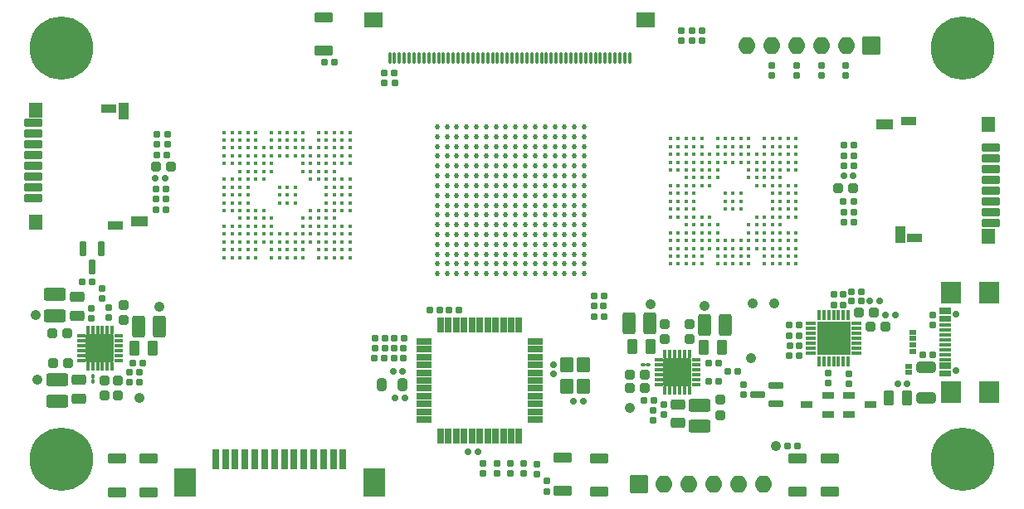
<source format=gbr>
%TF.GenerationSoftware,KiCad,Pcbnew,8.0.1*%
%TF.CreationDate,2025-01-10T22:18:19+05:00*%
%TF.ProjectId,BENE_DOUBLE_V1,42454e45-5f44-44f5-9542-4c455f56312e,rev?*%
%TF.SameCoordinates,Original*%
%TF.FileFunction,Soldermask,Top*%
%TF.FilePolarity,Negative*%
%FSLAX46Y46*%
G04 Gerber Fmt 4.6, Leading zero omitted, Abs format (unit mm)*
G04 Created by KiCad (PCBNEW 8.0.1) date 2025-01-10 22:18:19*
%MOMM*%
%LPD*%
G01*
G04 APERTURE LIST*
G04 Aperture macros list*
%AMRoundRect*
0 Rectangle with rounded corners*
0 $1 Rounding radius*
0 $2 $3 $4 $5 $6 $7 $8 $9 X,Y pos of 4 corners*
0 Add a 4 corners polygon primitive as box body*
4,1,4,$2,$3,$4,$5,$6,$7,$8,$9,$2,$3,0*
0 Add four circle primitives for the rounded corners*
1,1,$1+$1,$2,$3*
1,1,$1+$1,$4,$5*
1,1,$1+$1,$6,$7*
1,1,$1+$1,$8,$9*
0 Add four rect primitives between the rounded corners*
20,1,$1+$1,$2,$3,$4,$5,0*
20,1,$1+$1,$4,$5,$6,$7,0*
20,1,$1+$1,$6,$7,$8,$9,0*
20,1,$1+$1,$8,$9,$2,$3,0*%
G04 Aperture macros list end*
%ADD10RoundRect,0.038000X-0.500000X0.150000X-0.500000X-0.150000X0.500000X-0.150000X0.500000X0.150000X0*%
%ADD11RoundRect,0.038000X0.150000X0.500000X-0.150000X0.500000X-0.150000X-0.500000X0.150000X-0.500000X0*%
%ADD12RoundRect,0.038000X1.675000X1.675000X-1.675000X1.675000X-1.675000X-1.675000X1.675000X-1.675000X0*%
%ADD13RoundRect,0.154000X0.204000X-0.154000X0.204000X0.154000X-0.204000X0.154000X-0.204000X-0.154000X0*%
%ADD14RoundRect,0.154000X0.154000X0.204000X-0.154000X0.204000X-0.154000X-0.204000X0.154000X-0.204000X0*%
%ADD15C,6.476000*%
%ADD16RoundRect,0.094000X0.094000X-0.144000X0.094000X0.144000X-0.094000X0.144000X-0.094000X-0.144000X0*%
%ADD17RoundRect,0.159000X0.159000X0.189000X-0.159000X0.189000X-0.159000X-0.189000X0.159000X-0.189000X0*%
%ADD18C,1.076000*%
%ADD19RoundRect,0.154000X-0.154000X-0.204000X0.154000X-0.204000X0.154000X0.204000X-0.154000X0.204000X0*%
%ADD20C,0.726000*%
%ADD21RoundRect,0.038000X0.575000X-0.150000X0.575000X0.150000X-0.575000X0.150000X-0.575000X-0.150000X0*%
%ADD22RoundRect,0.038000X1.000000X1.090000X-1.000000X1.090000X-1.000000X-1.090000X1.000000X-1.090000X0*%
%ADD23RoundRect,0.166500X0.166500X0.191500X-0.166500X0.191500X-0.166500X-0.191500X0.166500X-0.191500X0*%
%ADD24RoundRect,0.269000X0.269000X0.494000X-0.269000X0.494000X-0.269000X-0.494000X0.269000X-0.494000X0*%
%ADD25RoundRect,0.154000X-0.204000X0.154000X-0.204000X-0.154000X0.204000X-0.154000X0.204000X0.154000X0*%
%ADD26RoundRect,0.038000X-0.406400X0.127000X-0.406400X-0.127000X0.406400X-0.127000X0.406400X0.127000X0*%
%ADD27RoundRect,0.038000X0.127000X0.406400X-0.127000X0.406400X-0.127000X-0.406400X0.127000X-0.406400X0*%
%ADD28RoundRect,0.038000X1.384300X1.384300X-1.384300X1.384300X-1.384300X-1.384300X1.384300X-1.384300X0*%
%ADD29RoundRect,0.265200X-0.872800X0.397800X-0.872800X-0.397800X0.872800X-0.397800X0.872800X0.397800X0*%
%ADD30C,0.526000*%
%ADD31RoundRect,0.244000X0.244000X0.269000X-0.244000X0.269000X-0.244000X-0.269000X0.244000X-0.269000X0*%
%ADD32RoundRect,0.038000X-0.850000X0.450000X-0.850000X-0.450000X0.850000X-0.450000X0.850000X0.450000X0*%
%ADD33RoundRect,0.265200X-0.397800X-0.872800X0.397800X-0.872800X0.397800X0.872800X-0.397800X0.872800X0*%
%ADD34RoundRect,0.159000X-0.159000X-0.189000X0.159000X-0.189000X0.159000X0.189000X-0.159000X0.189000X0*%
%ADD35RoundRect,0.094000X-0.144000X-0.094000X0.144000X-0.094000X0.144000X0.094000X-0.144000X0.094000X0*%
%ADD36RoundRect,0.166500X-0.166500X-0.191500X0.166500X-0.191500X0.166500X0.191500X-0.166500X0.191500X0*%
%ADD37RoundRect,0.265200X0.872800X-0.397800X0.872800X0.397800X-0.872800X0.397800X-0.872800X-0.397800X0*%
%ADD38RoundRect,0.038000X-0.850000X0.850000X-0.850000X-0.850000X0.850000X-0.850000X0.850000X0.850000X0*%
%ADD39O,1.776000X1.776000*%
%ADD40RoundRect,0.169000X0.606500X0.169000X-0.606500X0.169000X-0.606500X-0.169000X0.606500X-0.169000X0*%
%ADD41RoundRect,0.244000X-0.269000X0.244000X-0.269000X-0.244000X0.269000X-0.244000X0.269000X0.244000X0*%
%ADD42RoundRect,0.269000X-0.494000X0.269000X-0.494000X-0.269000X0.494000X-0.269000X0.494000X0.269000X0*%
%ADD43RoundRect,0.244000X-0.244000X-0.269000X0.244000X-0.269000X0.244000X0.269000X-0.244000X0.269000X0*%
%ADD44C,0.431600*%
%ADD45RoundRect,0.268095X-0.719905X0.294905X-0.719905X-0.294905X0.719905X-0.294905X0.719905X0.294905X0*%
%ADD46RoundRect,0.038000X-0.300000X-0.950000X0.300000X-0.950000X0.300000X0.950000X-0.300000X0.950000X0*%
%ADD47RoundRect,0.038000X-1.050000X-1.400000X1.050000X-1.400000X1.050000X1.400000X-1.050000X1.400000X0*%
%ADD48RoundRect,0.244000X0.269000X-0.244000X0.269000X0.244000X-0.269000X0.244000X-0.269000X-0.244000X0*%
%ADD49RoundRect,0.038000X-0.127000X-0.406400X0.127000X-0.406400X0.127000X0.406400X-0.127000X0.406400X0*%
%ADD50RoundRect,0.038000X-1.384300X1.384300X-1.384300X-1.384300X1.384300X-1.384300X1.384300X1.384300X0*%
%ADD51RoundRect,0.038000X-0.600000X0.700000X-0.600000X-0.700000X0.600000X-0.700000X0.600000X0.700000X0*%
%ADD52RoundRect,0.038000X0.850000X-0.450000X0.850000X0.450000X-0.850000X0.450000X-0.850000X-0.450000X0*%
%ADD53RoundRect,0.038000X-0.875000X0.350000X-0.875000X-0.350000X0.875000X-0.350000X0.875000X0.350000X0*%
%ADD54RoundRect,0.038000X-0.650000X-0.750000X0.650000X-0.750000X0.650000X0.750000X-0.650000X0.750000X0*%
%ADD55RoundRect,0.038000X-0.750000X0.400000X-0.750000X-0.400000X0.750000X-0.400000X0.750000X0.400000X0*%
%ADD56RoundRect,0.038000X-0.700000X0.400000X-0.700000X-0.400000X0.700000X-0.400000X0.700000X0.400000X0*%
%ADD57RoundRect,0.038000X-0.500000X-0.775000X0.500000X-0.775000X0.500000X0.775000X-0.500000X0.775000X0*%
%ADD58RoundRect,0.038000X-0.775000X0.500000X-0.775000X-0.500000X0.775000X-0.500000X0.775000X0.500000X0*%
%ADD59RoundRect,0.038000X0.300000X-0.175000X0.300000X0.175000X-0.300000X0.175000X-0.300000X-0.175000X0*%
%ADD60RoundRect,0.269000X0.494000X-0.269000X0.494000X0.269000X-0.494000X0.269000X-0.494000X-0.269000X0*%
%ADD61RoundRect,0.038000X0.750000X0.275000X-0.750000X0.275000X-0.750000X-0.275000X0.750000X-0.275000X0*%
%ADD62RoundRect,0.038000X-0.275000X0.750000X-0.275000X-0.750000X0.275000X-0.750000X0.275000X0.750000X0*%
%ADD63RoundRect,0.038000X-0.300000X0.175000X-0.300000X-0.175000X0.300000X-0.175000X0.300000X0.175000X0*%
%ADD64RoundRect,0.038000X0.550000X-0.300000X0.550000X0.300000X-0.550000X0.300000X-0.550000X-0.300000X0*%
%ADD65RoundRect,0.038000X-0.550000X0.300000X-0.550000X-0.300000X0.550000X-0.300000X0.550000X0.300000X0*%
%ADD66RoundRect,0.038000X0.125000X0.550000X-0.125000X0.550000X-0.125000X-0.550000X0.125000X-0.550000X0*%
%ADD67RoundRect,0.038000X-0.850000X0.750000X-0.850000X-0.750000X0.850000X-0.750000X0.850000X0.750000X0*%
%ADD68RoundRect,0.269000X-0.269000X-0.494000X0.269000X-0.494000X0.269000X0.494000X-0.269000X0.494000X0*%
%ADD69RoundRect,0.038000X0.850000X-0.850000X0.850000X0.850000X-0.850000X0.850000X-0.850000X-0.850000X0*%
%ADD70RoundRect,0.265200X0.397800X0.872800X-0.397800X0.872800X-0.397800X-0.872800X0.397800X-0.872800X0*%
%ADD71RoundRect,0.237750X0.237750X0.400250X-0.237750X0.400250X-0.237750X-0.400250X0.237750X-0.400250X0*%
%ADD72RoundRect,0.169000X-0.169000X0.606500X-0.169000X-0.606500X0.169000X-0.606500X0.169000X0.606500X0*%
%ADD73RoundRect,0.038000X0.875000X-0.350000X0.875000X0.350000X-0.875000X0.350000X-0.875000X-0.350000X0*%
%ADD74RoundRect,0.038000X0.650000X0.750000X-0.650000X0.750000X-0.650000X-0.750000X0.650000X-0.750000X0*%
%ADD75RoundRect,0.038000X0.750000X-0.400000X0.750000X0.400000X-0.750000X0.400000X-0.750000X-0.400000X0*%
%ADD76RoundRect,0.038000X0.700000X-0.400000X0.700000X0.400000X-0.700000X0.400000X-0.700000X-0.400000X0*%
%ADD77RoundRect,0.038000X0.500000X0.775000X-0.500000X0.775000X-0.500000X-0.775000X0.500000X-0.775000X0*%
%ADD78RoundRect,0.038000X0.775000X-0.500000X0.775000X0.500000X-0.775000X0.500000X-0.775000X-0.500000X0*%
%ADD79RoundRect,0.159000X-0.189000X0.159000X-0.189000X-0.159000X0.189000X-0.159000X0.189000X0.159000X0*%
G04 APERTURE END LIST*
D10*
%TO.C,IC1*%
X139150000Y-117150000D03*
X139150000Y-116650000D03*
X139150000Y-116150000D03*
X139150000Y-115650000D03*
X139150000Y-115150000D03*
X139150000Y-114650000D03*
X139150000Y-114150000D03*
D11*
X138300000Y-113300000D03*
X137800000Y-113300000D03*
X137300000Y-113300000D03*
X136800000Y-113300000D03*
X136300000Y-113300000D03*
X135800000Y-113300000D03*
X135300000Y-113300000D03*
D10*
X134450000Y-114150000D03*
X134450000Y-114650000D03*
X134450000Y-115150000D03*
X134450000Y-115650000D03*
X134450000Y-116150000D03*
X134450000Y-116650000D03*
X134450000Y-117150000D03*
D11*
X135300000Y-118000000D03*
X135800000Y-118000000D03*
X136300000Y-118000000D03*
X136800000Y-118000000D03*
X137300000Y-118000000D03*
X137800000Y-118000000D03*
X138300000Y-118000000D03*
D12*
X136800000Y-115650000D03*
%TD*%
D13*
%TO.C,R24*%
X103800000Y-129410000D03*
X103800000Y-128390000D03*
%TD*%
%TO.C,R22*%
X101050000Y-129460000D03*
X101050000Y-128440000D03*
%TD*%
D14*
%TO.C,R49*%
X68760000Y-96900000D03*
X67740000Y-96900000D03*
%TD*%
D15*
%TO.C,H3*%
X58000000Y-128000000D03*
%TD*%
D16*
%TO.C,C13*%
X61250000Y-120050000D03*
X61250000Y-119550000D03*
%TD*%
D17*
%TO.C,C53*%
X138780000Y-99075000D03*
X137820000Y-99075000D03*
%TD*%
D18*
%TO.C,TP9*%
X65950000Y-121700000D03*
%TD*%
D19*
%TO.C,R8*%
X137860000Y-103775000D03*
X138880000Y-103775000D03*
%TD*%
D20*
%TO.C,J1*%
X149283500Y-118940000D03*
X149283500Y-113160000D03*
D21*
X148208500Y-119400000D03*
X148208500Y-118600000D03*
X148208500Y-117300000D03*
X148208500Y-116300000D03*
X148208500Y-115800000D03*
X148208500Y-114800000D03*
X148208500Y-113500000D03*
X148208500Y-112700000D03*
X148208500Y-113000000D03*
X148208500Y-113800000D03*
X148208500Y-114300000D03*
X148208500Y-115300000D03*
X148208500Y-116800000D03*
X148208500Y-117800000D03*
X148208500Y-118300000D03*
X148208500Y-119100000D03*
D22*
X152713500Y-121160000D03*
X152713500Y-110940000D03*
X148783500Y-121160000D03*
X148783500Y-110940000D03*
%TD*%
D14*
%TO.C,R29*%
X91010000Y-115600000D03*
X89990000Y-115600000D03*
%TD*%
%TO.C,R14*%
X125060000Y-120000000D03*
X124040000Y-120000000D03*
%TD*%
D19*
%TO.C,R11*%
X137850000Y-95925000D03*
X138870000Y-95925000D03*
%TD*%
D13*
%TO.C,R53*%
X138060000Y-88820000D03*
X138060000Y-87800000D03*
%TD*%
D23*
%TO.C,D5*%
X133310000Y-116400000D03*
X132340000Y-116400000D03*
%TD*%
D14*
%TO.C,R27*%
X90960000Y-117700000D03*
X89940000Y-117700000D03*
%TD*%
%TO.C,R44*%
X68710000Y-101450000D03*
X67690000Y-101450000D03*
%TD*%
D24*
%TO.C,C151*%
X144300000Y-121700000D03*
X142400000Y-121700000D03*
%TD*%
D14*
%TO.C,R13*%
X125110000Y-118200000D03*
X124090000Y-118200000D03*
%TD*%
D24*
%TO.C,C7*%
X118150000Y-116450000D03*
X116250000Y-116450000D03*
%TD*%
D25*
%TO.C,R17*%
X61050000Y-112590000D03*
X61050000Y-113610000D03*
%TD*%
D18*
%TO.C,TP1*%
X130950000Y-126650000D03*
%TD*%
D26*
%TO.C,U5*%
X122742300Y-120357700D03*
X122742300Y-119857701D03*
X122742300Y-119357700D03*
X122742300Y-118857700D03*
X122742300Y-118357699D03*
X122742300Y-117857700D03*
D27*
X122100000Y-117215400D03*
X121600001Y-117215400D03*
X121100000Y-117215400D03*
X120600000Y-117215400D03*
X120099999Y-117215400D03*
X119600000Y-117215400D03*
D26*
X118957700Y-117857700D03*
X118957700Y-118357699D03*
X118957700Y-118857700D03*
X118957700Y-119357700D03*
X118957700Y-119857701D03*
X118957700Y-120357700D03*
D27*
X119600000Y-121000000D03*
X120099999Y-121000000D03*
X120600000Y-121000000D03*
X121100000Y-121000000D03*
X121600001Y-121000000D03*
X122100000Y-121000000D03*
D28*
X120850000Y-119107700D03*
%TD*%
D29*
%TO.C,L2*%
X123150000Y-122475000D03*
X123150000Y-124625000D03*
%TD*%
D17*
%TO.C,C60*%
X93030000Y-121750000D03*
X92070000Y-121750000D03*
%TD*%
D30*
%TO.C,IC7*%
X96350000Y-94050000D03*
X97350000Y-94050000D03*
X98350000Y-94050000D03*
X99350000Y-94050000D03*
X100350000Y-94050000D03*
X101350000Y-94050000D03*
X102350000Y-94050000D03*
X103350000Y-94050000D03*
X104350000Y-94050000D03*
X105350000Y-94050000D03*
X106350000Y-94050000D03*
X107350000Y-94050000D03*
X108350000Y-94050000D03*
X109350000Y-94050000D03*
X110350000Y-94050000D03*
X111350000Y-94050000D03*
X96350000Y-95050000D03*
X97350000Y-95050000D03*
X98350000Y-95050000D03*
X99350000Y-95050000D03*
X100350000Y-95050000D03*
X101350000Y-95050000D03*
X102350000Y-95050000D03*
X103350000Y-95050000D03*
X104350000Y-95050000D03*
X105350000Y-95050000D03*
X106350000Y-95050000D03*
X107350000Y-95050000D03*
X108350000Y-95050000D03*
X109350000Y-95050000D03*
X110350000Y-95050000D03*
X111350000Y-95050000D03*
X96350000Y-96050000D03*
X97350000Y-96050000D03*
X98350000Y-96050000D03*
X99350000Y-96050000D03*
X100350000Y-96050000D03*
X101350000Y-96050000D03*
X102350000Y-96050000D03*
X103350000Y-96050000D03*
X104350000Y-96050000D03*
X105350000Y-96050000D03*
X106350000Y-96050000D03*
X107350000Y-96050000D03*
X108350000Y-96050000D03*
X109350000Y-96050000D03*
X110350000Y-96050000D03*
X111350000Y-96050000D03*
X96350000Y-97050000D03*
X97350000Y-97050000D03*
X98350000Y-97050000D03*
X99350000Y-97050000D03*
X100350000Y-97050000D03*
X101350000Y-97050000D03*
X102350000Y-97050000D03*
X103350000Y-97050000D03*
X104350000Y-97050000D03*
X105350000Y-97050000D03*
X106350000Y-97050000D03*
X107350000Y-97050000D03*
X108350000Y-97050000D03*
X109350000Y-97050000D03*
X110350000Y-97050000D03*
X111350000Y-97050000D03*
X96350000Y-98050000D03*
X97350000Y-98050000D03*
X98350000Y-98050000D03*
X99350000Y-98050000D03*
X100350000Y-98050000D03*
X101350000Y-98050000D03*
X102350000Y-98050000D03*
X103350000Y-98050000D03*
X104350000Y-98050000D03*
X105350000Y-98050000D03*
X106350000Y-98050000D03*
X107350000Y-98050000D03*
X108350000Y-98050000D03*
X109350000Y-98050000D03*
X110350000Y-98050000D03*
X111350000Y-98050000D03*
X96350000Y-99050000D03*
X97350000Y-99050000D03*
X98350000Y-99050000D03*
X99350000Y-99050000D03*
X100350000Y-99050000D03*
X101350000Y-99050000D03*
X102350000Y-99050000D03*
X103350000Y-99050000D03*
X104350000Y-99050000D03*
X105350000Y-99050000D03*
X106350000Y-99050000D03*
X107350000Y-99050000D03*
X108350000Y-99050000D03*
X109350000Y-99050000D03*
X110350000Y-99050000D03*
X111350000Y-99050000D03*
X96350000Y-100050000D03*
X97350000Y-100050000D03*
X98350000Y-100050000D03*
X99350000Y-100050000D03*
X100350000Y-100050000D03*
X101350000Y-100050000D03*
X102350000Y-100050000D03*
X103350000Y-100050000D03*
X104350000Y-100050000D03*
X105350000Y-100050000D03*
X106350000Y-100050000D03*
X107350000Y-100050000D03*
X108350000Y-100050000D03*
X109350000Y-100050000D03*
X110350000Y-100050000D03*
X111350000Y-100050000D03*
X96350000Y-101050000D03*
X97350000Y-101050000D03*
X98350000Y-101050000D03*
X99350000Y-101050000D03*
X100350000Y-101050000D03*
X101350000Y-101050000D03*
X102350000Y-101050000D03*
X103350000Y-101050000D03*
X104350000Y-101050000D03*
X105350000Y-101050000D03*
X106350000Y-101050000D03*
X107350000Y-101050000D03*
X108350000Y-101050000D03*
X109350000Y-101050000D03*
X110350000Y-101050000D03*
X111350000Y-101050000D03*
X96350000Y-102050000D03*
X97350000Y-102050000D03*
X98350000Y-102050000D03*
X99350000Y-102050000D03*
X100350000Y-102050000D03*
X101350000Y-102050000D03*
X102350000Y-102050000D03*
X103350000Y-102050000D03*
X104350000Y-102050000D03*
X105350000Y-102050000D03*
X106350000Y-102050000D03*
X107350000Y-102050000D03*
X108350000Y-102050000D03*
X109350000Y-102050000D03*
X110350000Y-102050000D03*
X111350000Y-102050000D03*
X96350000Y-103050000D03*
X97350000Y-103050000D03*
X98350000Y-103050000D03*
X99350000Y-103050000D03*
X100350000Y-103050000D03*
X101350000Y-103050000D03*
X102350000Y-103050000D03*
X103350000Y-103050000D03*
X104350000Y-103050000D03*
X105350000Y-103050000D03*
X106350000Y-103050000D03*
X107350000Y-103050000D03*
X108350000Y-103050000D03*
X109350000Y-103050000D03*
X110350000Y-103050000D03*
X111350000Y-103050000D03*
X96350000Y-104050000D03*
X97350000Y-104050000D03*
X98350000Y-104050000D03*
X99350000Y-104050000D03*
X100350000Y-104050000D03*
X101350000Y-104050000D03*
X102350000Y-104050000D03*
X103350000Y-104050000D03*
X104350000Y-104050000D03*
X105350000Y-104050000D03*
X106350000Y-104050000D03*
X107350000Y-104050000D03*
X108350000Y-104050000D03*
X109350000Y-104050000D03*
X110350000Y-104050000D03*
X111350000Y-104050000D03*
X96350000Y-105050000D03*
X97350000Y-105050000D03*
X98350000Y-105050000D03*
X99350000Y-105050000D03*
X100350000Y-105050000D03*
X101350000Y-105050000D03*
X102350000Y-105050000D03*
X103350000Y-105050000D03*
X104350000Y-105050000D03*
X105350000Y-105050000D03*
X106350000Y-105050000D03*
X107350000Y-105050000D03*
X108350000Y-105050000D03*
X109350000Y-105050000D03*
X110350000Y-105050000D03*
X111350000Y-105050000D03*
X96350000Y-106050000D03*
X97350000Y-106050000D03*
X98350000Y-106050000D03*
X99350000Y-106050000D03*
X100350000Y-106050000D03*
X101350000Y-106050000D03*
X102350000Y-106050000D03*
X103350000Y-106050000D03*
X104350000Y-106050000D03*
X105350000Y-106050000D03*
X106350000Y-106050000D03*
X107350000Y-106050000D03*
X108350000Y-106050000D03*
X109350000Y-106050000D03*
X110350000Y-106050000D03*
X111350000Y-106050000D03*
X96350000Y-107050000D03*
X97350000Y-107050000D03*
X98350000Y-107050000D03*
X99350000Y-107050000D03*
X100350000Y-107050000D03*
X101350000Y-107050000D03*
X102350000Y-107050000D03*
X103350000Y-107050000D03*
X104350000Y-107050000D03*
X105350000Y-107050000D03*
X106350000Y-107050000D03*
X107350000Y-107050000D03*
X108350000Y-107050000D03*
X109350000Y-107050000D03*
X110350000Y-107050000D03*
X111350000Y-107050000D03*
X96350000Y-108050000D03*
X97350000Y-108050000D03*
X98350000Y-108050000D03*
X99350000Y-108050000D03*
X100350000Y-108050000D03*
X101350000Y-108050000D03*
X102350000Y-108050000D03*
X103350000Y-108050000D03*
X104350000Y-108050000D03*
X105350000Y-108050000D03*
X106350000Y-108050000D03*
X107350000Y-108050000D03*
X108350000Y-108050000D03*
X109350000Y-108050000D03*
X110350000Y-108050000D03*
X111350000Y-108050000D03*
X96350000Y-109050000D03*
X97350000Y-109050000D03*
X98350000Y-109050000D03*
X99350000Y-109050000D03*
X100350000Y-109050000D03*
X101350000Y-109050000D03*
X102350000Y-109050000D03*
X103350000Y-109050000D03*
X104350000Y-109050000D03*
X105350000Y-109050000D03*
X106350000Y-109050000D03*
X107350000Y-109050000D03*
X108350000Y-109050000D03*
X109350000Y-109050000D03*
X110350000Y-109050000D03*
X111350000Y-109050000D03*
%TD*%
D13*
%TO.C,R25*%
X105200000Y-129460000D03*
X105200000Y-128440000D03*
%TD*%
D31*
%TO.C,C4*%
X117575000Y-119400000D03*
X116025000Y-119400000D03*
%TD*%
D19*
%TO.C,R1*%
X117440000Y-121950000D03*
X118460000Y-121950000D03*
%TD*%
D13*
%TO.C,R23*%
X102450000Y-129460000D03*
X102450000Y-128440000D03*
%TD*%
D32*
%TO.C,SW4*%
X109150000Y-127850000D03*
X109150000Y-131250000D03*
%TD*%
D33*
%TO.C,L6*%
X65875000Y-114450000D03*
X68025000Y-114450000D03*
%TD*%
D19*
%TO.C,R66*%
X112332500Y-111300000D03*
X113352500Y-111300000D03*
%TD*%
D25*
%TO.C,R2*%
X118400000Y-123000000D03*
X118400000Y-124020000D03*
%TD*%
D14*
%TO.C,R43*%
X68660000Y-102500000D03*
X67640000Y-102500000D03*
%TD*%
D34*
%TO.C,C117*%
X140520000Y-111850000D03*
X141480000Y-111850000D03*
%TD*%
D35*
%TO.C,C54*%
X117350000Y-118350000D03*
X117850000Y-118350000D03*
%TD*%
D17*
%TO.C,C56*%
X92850000Y-119050000D03*
X91890000Y-119050000D03*
%TD*%
D36*
%TO.C,D2*%
X91965000Y-116650000D03*
X92935000Y-116650000D03*
%TD*%
D13*
%TO.C,R61*%
X121300000Y-85210000D03*
X121300000Y-84190000D03*
%TD*%
D18*
%TO.C,TP14*%
X130750000Y-112100000D03*
%TD*%
D14*
%TO.C,R45*%
X68710000Y-100400000D03*
X67690000Y-100400000D03*
%TD*%
D31*
%TO.C,C52*%
X138800000Y-100275000D03*
X137250000Y-100275000D03*
%TD*%
D37*
%TO.C,L4*%
X57350000Y-113325000D03*
X57350000Y-111175000D03*
%TD*%
D31*
%TO.C,C12*%
X58625000Y-115100000D03*
X57075000Y-115100000D03*
%TD*%
D32*
%TO.C,SW1*%
X136400000Y-127900000D03*
X136400000Y-131300000D03*
%TD*%
D38*
%TO.C,J7*%
X140610000Y-85750000D03*
D39*
X138070000Y-85750000D03*
X135530000Y-85750000D03*
X132990000Y-85750000D03*
X130450000Y-85750000D03*
X127910000Y-85750000D03*
%TD*%
D19*
%TO.C,R21*%
X132130000Y-126650000D03*
X133150000Y-126650000D03*
%TD*%
D40*
%TO.C,Q1*%
X130942500Y-122365000D03*
X130942500Y-120465000D03*
X129067500Y-121415000D03*
%TD*%
D25*
%TO.C,R3*%
X127600000Y-120380000D03*
X127600000Y-121400000D03*
%TD*%
D13*
%TO.C,R54*%
X135560000Y-88810000D03*
X135560000Y-87790000D03*
%TD*%
D32*
%TO.C,SW2*%
X112900000Y-127900000D03*
X112900000Y-131300000D03*
%TD*%
%TO.C,SW6*%
X63700000Y-127950000D03*
X63700000Y-131350000D03*
%TD*%
D23*
%TO.C,D6*%
X133260000Y-115350000D03*
X132290000Y-115350000D03*
%TD*%
D19*
%TO.C,R7*%
X137810000Y-101625000D03*
X138830000Y-101625000D03*
%TD*%
D41*
%TO.C,C16*%
X62400000Y-119917300D03*
X62400000Y-121467300D03*
%TD*%
D42*
%TO.C,C5*%
X120900000Y-122400000D03*
X120900000Y-124300000D03*
%TD*%
D41*
%TO.C,C55*%
X63750000Y-119917300D03*
X63750000Y-121467300D03*
%TD*%
D14*
%TO.C,RD7*%
X133320000Y-117450000D03*
X132300000Y-117450000D03*
%TD*%
D18*
%TO.C,TP4*%
X68000000Y-112400000D03*
%TD*%
D32*
%TO.C,SW5*%
X66900000Y-127950000D03*
X66900000Y-131350000D03*
%TD*%
D43*
%TO.C,C114*%
X140575000Y-114450000D03*
X142125000Y-114450000D03*
%TD*%
D14*
%TO.C,R63*%
X98560000Y-112750000D03*
X97540000Y-112750000D03*
%TD*%
D33*
%TO.C,L1*%
X123625000Y-114300000D03*
X125775000Y-114300000D03*
%TD*%
D44*
%TO.C,U4*%
X132949999Y-95250001D03*
X132949999Y-96050001D03*
X132949999Y-96850000D03*
X132949999Y-97650000D03*
X132949999Y-98450000D03*
X132949999Y-100050000D03*
X132949999Y-100850000D03*
X132949999Y-101650000D03*
X132949999Y-102450000D03*
X132949999Y-103250000D03*
X132949999Y-104850000D03*
X132949999Y-105649999D03*
X132949999Y-106449999D03*
X132949999Y-107249999D03*
X132949999Y-108049999D03*
X132149999Y-95250001D03*
X132149999Y-96050001D03*
X132149999Y-96850000D03*
X132149999Y-97650000D03*
X132149999Y-98450000D03*
X132149999Y-100050000D03*
X132149999Y-100850000D03*
X132149999Y-101650000D03*
X132149999Y-102450000D03*
X132149999Y-103250000D03*
X132149999Y-104850000D03*
X132149999Y-105649999D03*
X132149999Y-106449999D03*
X132149999Y-107249999D03*
X132149999Y-108049999D03*
X131350000Y-95250001D03*
X131350000Y-96050001D03*
X131350000Y-96850000D03*
X131350000Y-97650000D03*
X131350000Y-98450000D03*
X131350000Y-99250000D03*
X131350000Y-100050000D03*
X131350000Y-100850000D03*
X131350000Y-101650000D03*
X131350000Y-102450000D03*
X131350000Y-103250000D03*
X131350000Y-104050000D03*
X131350000Y-104850000D03*
X131350000Y-105649999D03*
X131350000Y-106449999D03*
X131350000Y-107249999D03*
X131350000Y-108049999D03*
X130550000Y-95250001D03*
X130550000Y-96050001D03*
X130550000Y-96850000D03*
X130550000Y-97650000D03*
X130550000Y-98450000D03*
X130550000Y-99250000D03*
X130550000Y-100050000D03*
X130550000Y-100850000D03*
X130550000Y-101650000D03*
X130550000Y-102450000D03*
X130550000Y-103250000D03*
X130550000Y-104050000D03*
X130550000Y-104850000D03*
X130550000Y-105649999D03*
X130550000Y-106449999D03*
X130550000Y-107249999D03*
X130550000Y-108049999D03*
X129750000Y-95250001D03*
X129750000Y-96050001D03*
X129750000Y-96850000D03*
X129750000Y-97650000D03*
X129750000Y-98450000D03*
X129750000Y-99250000D03*
X129750000Y-100050000D03*
X129750000Y-103250000D03*
X129750000Y-104050000D03*
X129750000Y-104850000D03*
X129750000Y-105649999D03*
X129750000Y-106449999D03*
X129750000Y-107249999D03*
X129750000Y-108049999D03*
X128950000Y-96850000D03*
X128950000Y-97650000D03*
X128950000Y-98450000D03*
X128950000Y-99250000D03*
X128950000Y-100050000D03*
X128950000Y-103250000D03*
X128950000Y-104050000D03*
X128950000Y-104850000D03*
X128950000Y-105649999D03*
X128950000Y-106449999D03*
X128150000Y-95250001D03*
X128150000Y-96050001D03*
X128150000Y-96850000D03*
X128150000Y-97650000D03*
X128150000Y-98450000D03*
X128150000Y-99250000D03*
X128150000Y-104050000D03*
X128150000Y-104850000D03*
X128150000Y-105649999D03*
X128150000Y-106449999D03*
X128150000Y-107249999D03*
X128150000Y-108049999D03*
X127350000Y-95250001D03*
X127350000Y-96050001D03*
X127350000Y-96850000D03*
X127350000Y-97650000D03*
X127350000Y-100850000D03*
X127350000Y-101650000D03*
X127350000Y-102450000D03*
X127350000Y-105649999D03*
X127350000Y-106449999D03*
X127350000Y-107249999D03*
X127350000Y-108049999D03*
X126550000Y-95250001D03*
X126550000Y-96050001D03*
X126550000Y-96850000D03*
X126550000Y-97650000D03*
X126550000Y-100850000D03*
X126550000Y-101650000D03*
X126550000Y-102450000D03*
X126550000Y-105649999D03*
X126550000Y-106449999D03*
X126550000Y-107249999D03*
X126550000Y-108049999D03*
X125750000Y-95250001D03*
X125750000Y-96050001D03*
X125750000Y-96850000D03*
X125750000Y-97650000D03*
X125750000Y-100850000D03*
X125750000Y-101650000D03*
X125750000Y-102450000D03*
X125750000Y-105649999D03*
X125750000Y-106449999D03*
X125750000Y-107249999D03*
X125750000Y-108049999D03*
X124950000Y-95250001D03*
X124950000Y-96050001D03*
X124950000Y-96850000D03*
X124950000Y-97650000D03*
X124950000Y-98450000D03*
X124950000Y-99250000D03*
X124950000Y-104050000D03*
X124950000Y-104850000D03*
X124950000Y-105649999D03*
X124950000Y-106449999D03*
X124950000Y-107249999D03*
X124950000Y-108049999D03*
X124150000Y-96850000D03*
X124150000Y-97650000D03*
X124150000Y-98450000D03*
X124150000Y-99250000D03*
X124150000Y-100050000D03*
X124150000Y-103250000D03*
X124150000Y-104050000D03*
X124150000Y-104850000D03*
X124150000Y-105649999D03*
X124150000Y-106449999D03*
X123350000Y-95250001D03*
X123350000Y-96050001D03*
X123350000Y-96850000D03*
X123350000Y-97650000D03*
X123350000Y-98450000D03*
X123350000Y-99250000D03*
X123350000Y-100050000D03*
X123350000Y-103250000D03*
X123350000Y-104050000D03*
X123350000Y-104850000D03*
X123350000Y-105649999D03*
X123350000Y-106449999D03*
X123350000Y-107249999D03*
X123350000Y-108049999D03*
X122550001Y-95250001D03*
X122550001Y-96050001D03*
X122550001Y-96850000D03*
X122550001Y-97650000D03*
X122550001Y-98450000D03*
X122550001Y-99250000D03*
X122550001Y-100050000D03*
X122550001Y-100850000D03*
X122550001Y-101650000D03*
X122550001Y-102450000D03*
X122550001Y-103250000D03*
X122550001Y-104050000D03*
X122550001Y-104850000D03*
X122550001Y-105649999D03*
X122550001Y-106449999D03*
X122550001Y-107249999D03*
X122550001Y-108049999D03*
X121750001Y-95250001D03*
X121750001Y-96050001D03*
X121750001Y-96850000D03*
X121750001Y-97650000D03*
X121750001Y-98450000D03*
X121750001Y-99250000D03*
X121750001Y-100050000D03*
X121750001Y-100850000D03*
X121750001Y-101650000D03*
X121750001Y-102450000D03*
X121750001Y-103250000D03*
X121750001Y-104050000D03*
X121750001Y-104850000D03*
X121750001Y-105649999D03*
X121750001Y-106449999D03*
X121750001Y-107249999D03*
X121750001Y-108049999D03*
X120950001Y-95250001D03*
X120950001Y-96050001D03*
X120950001Y-96850000D03*
X120950001Y-97650000D03*
X120950001Y-98450000D03*
X120950001Y-100050000D03*
X120950001Y-100850000D03*
X120950001Y-101650000D03*
X120950001Y-102450000D03*
X120950001Y-103250000D03*
X120950001Y-104850000D03*
X120950001Y-105649999D03*
X120950001Y-106449999D03*
X120950001Y-107249999D03*
X120950001Y-108049999D03*
X120150001Y-95250001D03*
X120150001Y-96050001D03*
X120150001Y-96850000D03*
X120150001Y-97650000D03*
X120150001Y-98450000D03*
X120150001Y-100050000D03*
X120150001Y-100850000D03*
X120150001Y-101650000D03*
X120150001Y-102450000D03*
X120150001Y-103250000D03*
X120150001Y-104850000D03*
X120150001Y-105649999D03*
X120150001Y-106449999D03*
X120150001Y-107249999D03*
X120150001Y-108049999D03*
%TD*%
D31*
%TO.C,C8*%
X117575000Y-120750000D03*
X116025000Y-120750000D03*
%TD*%
D45*
%TO.C,FB3*%
X146200000Y-118575000D03*
X146200000Y-121725000D03*
%TD*%
D19*
%TO.C,R4*%
X60127500Y-109850000D03*
X61147500Y-109850000D03*
%TD*%
D46*
%TO.C,J5*%
X73750000Y-128000000D03*
X74750000Y-128000000D03*
X75750000Y-128000000D03*
X76750000Y-128000000D03*
X77750000Y-128000000D03*
X78750000Y-128000000D03*
X79750000Y-128000000D03*
X80750000Y-128000000D03*
X81750000Y-128000000D03*
X82750000Y-128000000D03*
X83750000Y-128000000D03*
X84750000Y-128000000D03*
X85750000Y-128000000D03*
X86750000Y-128000000D03*
D47*
X70600000Y-130352000D03*
X89900000Y-130352000D03*
%TD*%
D19*
%TO.C,RD12*%
X84890000Y-87450000D03*
X85910000Y-87450000D03*
%TD*%
D25*
%TO.C,RD4*%
X137750000Y-111190000D03*
X137750000Y-112210000D03*
%TD*%
D19*
%TO.C,R9*%
X137890000Y-98025000D03*
X138910000Y-98025000D03*
%TD*%
D15*
%TO.C,H2*%
X58000000Y-86000000D03*
%TD*%
D48*
%TO.C,C3*%
X122100000Y-115725000D03*
X122100000Y-114175000D03*
%TD*%
D19*
%TO.C,R67*%
X112332500Y-113400000D03*
X113352500Y-113400000D03*
%TD*%
D15*
%TO.C,H1*%
X150000000Y-86000000D03*
%TD*%
D49*
%TO.C,U3*%
X63200000Y-114750000D03*
X62700001Y-114750000D03*
X62200000Y-114750000D03*
X61700000Y-114750000D03*
X61199999Y-114750000D03*
X60700000Y-114750000D03*
D26*
X60057700Y-115392300D03*
X60057700Y-115892299D03*
X60057700Y-116392300D03*
X60057700Y-116892300D03*
X60057700Y-117392301D03*
X60057700Y-117892300D03*
D49*
X60700000Y-118534600D03*
X61199999Y-118534600D03*
X61700000Y-118534600D03*
X62200000Y-118534600D03*
X62700001Y-118534600D03*
X63200000Y-118534600D03*
D26*
X63842300Y-117892300D03*
X63842300Y-117392301D03*
X63842300Y-116892300D03*
X63842300Y-116392300D03*
X63842300Y-115892299D03*
X63842300Y-115392300D03*
D50*
X61950000Y-116642300D03*
%TD*%
D51*
%TO.C,Y1*%
X109550000Y-118330000D03*
X109550000Y-120530000D03*
X111250000Y-120530000D03*
X111250000Y-118330000D03*
%TD*%
D52*
%TO.C,SW7*%
X84800000Y-86250000D03*
X84800000Y-82850000D03*
%TD*%
D18*
%TO.C,TP7*%
X118100000Y-112150000D03*
%TD*%
D13*
%TO.C,RD9*%
X138350000Y-120260000D03*
X138350000Y-119240000D03*
%TD*%
D53*
%TO.C,J2*%
X55150000Y-101350000D03*
X55150000Y-100250000D03*
X55150000Y-99150000D03*
X55150000Y-98050000D03*
X55150000Y-96950000D03*
X55150000Y-95850000D03*
X55150000Y-94750000D03*
X55150000Y-93650000D03*
D54*
X55375000Y-92350000D03*
X55375000Y-103800000D03*
D55*
X62875000Y-92175000D03*
D56*
X63525000Y-104125000D03*
D57*
X64375000Y-92475000D03*
D58*
X65950000Y-103725000D03*
%TD*%
D59*
%TO.C,D8*%
X144500000Y-119125000D03*
X144500000Y-118475000D03*
%TD*%
D18*
%TO.C,TP5*%
X128350000Y-117700000D03*
%TD*%
D25*
%TO.C,R30*%
X107550000Y-130240000D03*
X107550000Y-131260000D03*
%TD*%
D14*
%TO.C,RD3*%
X139660000Y-111850000D03*
X138640000Y-111850000D03*
%TD*%
D13*
%TO.C,RD10*%
X136250000Y-120210000D03*
X136250000Y-119190000D03*
%TD*%
%TO.C,R60*%
X123350000Y-85230000D03*
X123350000Y-84210000D03*
%TD*%
D19*
%TO.C,R10*%
X137890000Y-96975000D03*
X138910000Y-96975000D03*
%TD*%
D34*
%TO.C,C115*%
X142120000Y-113300000D03*
X143080000Y-113300000D03*
%TD*%
D60*
%TO.C,C10*%
X59600000Y-113342300D03*
X59600000Y-111442300D03*
%TD*%
D13*
%TO.C,R26*%
X106550000Y-129510000D03*
X106550000Y-128490000D03*
%TD*%
D18*
%TO.C,TP10*%
X55350000Y-113250000D03*
%TD*%
D41*
%TO.C,C14*%
X64350000Y-112225000D03*
X64350000Y-113775000D03*
%TD*%
D19*
%TO.C,R18*%
X65300000Y-118142300D03*
X66320000Y-118142300D03*
%TD*%
D61*
%TO.C,U6*%
X106400000Y-123950000D03*
X106400000Y-123150000D03*
X106400000Y-122350000D03*
X106400000Y-121550000D03*
X106400000Y-120750000D03*
X106400000Y-119950000D03*
X106400000Y-119150000D03*
X106400000Y-118350000D03*
X106400000Y-117550000D03*
X106400000Y-116750000D03*
X106400000Y-115950000D03*
D62*
X104700000Y-114250000D03*
X103900000Y-114250000D03*
X103100000Y-114250000D03*
X102300000Y-114250000D03*
X101500000Y-114250000D03*
X100700000Y-114250000D03*
X99900000Y-114250000D03*
X99100000Y-114250000D03*
X98300000Y-114250000D03*
X97500000Y-114250000D03*
X96700000Y-114250000D03*
D61*
X95000000Y-115950000D03*
X95000000Y-116750000D03*
X95000000Y-117550000D03*
X95000000Y-118350000D03*
X95000000Y-119150000D03*
X95000000Y-119950000D03*
X95000000Y-120750000D03*
X95000000Y-121550000D03*
X95000000Y-122350000D03*
X95000000Y-123150000D03*
X95000000Y-123950000D03*
D62*
X96700000Y-125650000D03*
X97500000Y-125650000D03*
X98300000Y-125650000D03*
X99100000Y-125650000D03*
X99900000Y-125650000D03*
X100700000Y-125650000D03*
X101500000Y-125650000D03*
X102300000Y-125650000D03*
X103100000Y-125650000D03*
X103900000Y-125650000D03*
X104700000Y-125650000D03*
%TD*%
D13*
%TO.C,R19*%
X64950000Y-120152300D03*
X64950000Y-119132300D03*
%TD*%
D52*
%TO.C,SW3*%
X133140000Y-131300000D03*
X133140000Y-127900000D03*
%TD*%
D13*
%TO.C,R56*%
X130460000Y-88810000D03*
X130460000Y-87790000D03*
%TD*%
D14*
%TO.C,R51*%
X92000000Y-88550000D03*
X90980000Y-88550000D03*
%TD*%
%TO.C,R50*%
X68810000Y-94800000D03*
X67790000Y-94800000D03*
%TD*%
D23*
%TO.C,D10*%
X113317500Y-112350000D03*
X112347500Y-112350000D03*
%TD*%
D63*
%TO.C,D7*%
X144850000Y-115025000D03*
X144850000Y-115675000D03*
%TD*%
D25*
%TO.C,R6*%
X62200000Y-110590000D03*
X62200000Y-111610000D03*
%TD*%
D17*
%TO.C,C58*%
X111230000Y-122030000D03*
X110270000Y-122030000D03*
%TD*%
D64*
%TO.C,IC3*%
X138350000Y-121500000D03*
X138350000Y-123400000D03*
X140550000Y-122450000D03*
%TD*%
D65*
%TO.C,IC4*%
X136250000Y-123400000D03*
X136250000Y-121500000D03*
X134050000Y-122450000D03*
%TD*%
D14*
%TO.C,R28*%
X91010000Y-116650000D03*
X89990000Y-116650000D03*
%TD*%
D15*
%TO.C,H4*%
X150000000Y-128000000D03*
%TD*%
D25*
%TO.C,R20*%
X66000000Y-119132300D03*
X66000000Y-120152300D03*
%TD*%
D42*
%TO.C,C9*%
X59800000Y-119900000D03*
X59800000Y-121800000D03*
%TD*%
D14*
%TO.C,R46*%
X68810000Y-95850000D03*
X67790000Y-95850000D03*
%TD*%
D34*
%TO.C,C76*%
X67620000Y-99325000D03*
X68580000Y-99325000D03*
%TD*%
D48*
%TO.C,C2*%
X119600000Y-115750000D03*
X119600000Y-114200000D03*
%TD*%
D36*
%TO.C,D1*%
X91982500Y-115600000D03*
X92952500Y-115600000D03*
%TD*%
D66*
%TO.C,J6*%
X116000000Y-87000000D03*
X115500000Y-87000000D03*
X115000000Y-87000000D03*
X114500000Y-87000000D03*
X114000000Y-87000000D03*
X113500000Y-87000000D03*
X113000000Y-87000000D03*
X112500000Y-87000000D03*
X112000000Y-87000000D03*
X111500000Y-87000000D03*
X111000000Y-87000000D03*
X110500000Y-87000000D03*
X110000000Y-87000000D03*
X109500000Y-87000000D03*
X109000000Y-87000000D03*
X108500000Y-87000000D03*
X108000000Y-87000000D03*
X107500000Y-87000000D03*
X107000000Y-87000000D03*
X106500000Y-87000000D03*
X106000000Y-87000000D03*
X105500000Y-87000000D03*
X105000000Y-87000000D03*
X104500000Y-87000000D03*
X104000000Y-87000000D03*
X103500000Y-87000000D03*
X103000000Y-87000000D03*
X102500000Y-87000000D03*
X102000000Y-87000000D03*
X101500000Y-87000000D03*
X101000000Y-87000000D03*
X100500000Y-87000000D03*
X100000000Y-87000000D03*
X99500000Y-87000000D03*
X99000000Y-87000000D03*
X98500000Y-87000000D03*
X98000000Y-87000000D03*
X97500000Y-87000000D03*
X97000000Y-87000000D03*
X96500000Y-87000000D03*
X96000000Y-87000000D03*
X95500000Y-87000000D03*
X95000000Y-87000000D03*
X94500000Y-87000000D03*
X94000000Y-87000000D03*
X93500000Y-87000000D03*
X93000000Y-87000000D03*
X92500000Y-87000000D03*
X92000000Y-87000000D03*
X91500000Y-87000000D03*
D67*
X117650000Y-83100000D03*
X89850000Y-83100000D03*
%TD*%
D59*
%TO.C,D4*%
X144850000Y-116975000D03*
X144850000Y-116325000D03*
%TD*%
D14*
%TO.C,R15*%
X127010000Y-119050000D03*
X125990000Y-119050000D03*
%TD*%
D25*
%TO.C,R5*%
X62850000Y-112540000D03*
X62850000Y-113560000D03*
%TD*%
D14*
%TO.C,RD8*%
X133310000Y-114300000D03*
X132290000Y-114300000D03*
%TD*%
D68*
%TO.C,C6*%
X123550000Y-116550000D03*
X125450000Y-116550000D03*
%TD*%
D36*
%TO.C,D3*%
X91965000Y-117700000D03*
X92935000Y-117700000D03*
%TD*%
D18*
%TO.C,TP11*%
X123650000Y-112300000D03*
%TD*%
D43*
%TO.C,C116*%
X139375000Y-113050000D03*
X140925000Y-113050000D03*
%TD*%
D69*
%TO.C,J4*%
X116920000Y-130500000D03*
D39*
X119460000Y-130500000D03*
X122000000Y-130500000D03*
X124540000Y-130500000D03*
X127080000Y-130500000D03*
X129620000Y-130500000D03*
%TD*%
D13*
%TO.C,RD6*%
X146900000Y-114260000D03*
X146900000Y-113240000D03*
%TD*%
D19*
%TO.C,RD1*%
X145890000Y-117300000D03*
X146910000Y-117300000D03*
%TD*%
D13*
%TO.C,R55*%
X133010000Y-88820000D03*
X133010000Y-87800000D03*
%TD*%
D70*
%TO.C,L3*%
X118075000Y-114150000D03*
X115925000Y-114150000D03*
%TD*%
D18*
%TO.C,TP6*%
X116000000Y-122750000D03*
%TD*%
D71*
%TO.C,FB1*%
X92850000Y-120400000D03*
X90725000Y-120400000D03*
%TD*%
D72*
%TO.C,Q2*%
X62100000Y-106512500D03*
X60200000Y-106512500D03*
X61150000Y-108387500D03*
%TD*%
D68*
%TO.C,C15*%
X65450000Y-116692300D03*
X67350000Y-116692300D03*
%TD*%
D34*
%TO.C,C57*%
X99520000Y-127200000D03*
X100480000Y-127200000D03*
%TD*%
D25*
%TO.C,R16*%
X119450000Y-122440000D03*
X119450000Y-123460000D03*
%TD*%
D14*
%TO.C,R52*%
X92010000Y-89600000D03*
X90990000Y-89600000D03*
%TD*%
D31*
%TO.C,C11*%
X58675000Y-118150000D03*
X57125000Y-118150000D03*
%TD*%
D43*
%TO.C,C74*%
X67625000Y-98125000D03*
X69175000Y-98125000D03*
%TD*%
D19*
%TO.C,R62*%
X95580000Y-112750000D03*
X96600000Y-112750000D03*
%TD*%
D17*
%TO.C,C152*%
X144330000Y-120250000D03*
X143370000Y-120250000D03*
%TD*%
D18*
%TO.C,TP8*%
X55550000Y-119900000D03*
%TD*%
D48*
%TO.C,C1*%
X125200000Y-123475000D03*
X125200000Y-121925000D03*
%TD*%
D29*
%TO.C,L5*%
X57550000Y-119900000D03*
X57550000Y-122050000D03*
%TD*%
D18*
%TO.C,TP15*%
X128500000Y-112100000D03*
%TD*%
D19*
%TO.C,R12*%
X137850000Y-102725000D03*
X138870000Y-102725000D03*
%TD*%
D73*
%TO.C,J3*%
X152800000Y-96200000D03*
X152800000Y-97300000D03*
X152800000Y-98400000D03*
X152800000Y-99500000D03*
X152800000Y-100600000D03*
X152800000Y-101700000D03*
X152800000Y-102800000D03*
X152800000Y-103900000D03*
D74*
X152575000Y-105200000D03*
X152575000Y-93750000D03*
D75*
X145075000Y-105375000D03*
D76*
X144425000Y-93425000D03*
D77*
X143575000Y-105075000D03*
D78*
X142000000Y-93825000D03*
%TD*%
D13*
%TO.C,R59*%
X122350000Y-85210000D03*
X122350000Y-84190000D03*
%TD*%
D44*
%TO.C,U2*%
X74650001Y-107399999D03*
X74650001Y-106599999D03*
X74650001Y-105800000D03*
X74650001Y-105000000D03*
X74650001Y-104200000D03*
X74650001Y-102600000D03*
X74650001Y-101800000D03*
X74650001Y-101000000D03*
X74650001Y-100200000D03*
X74650001Y-99400000D03*
X74650001Y-97800000D03*
X74650001Y-97000001D03*
X74650001Y-96200001D03*
X74650001Y-95400001D03*
X74650001Y-94600001D03*
X75450001Y-107399999D03*
X75450001Y-106599999D03*
X75450001Y-105800000D03*
X75450001Y-105000000D03*
X75450001Y-104200000D03*
X75450001Y-102600000D03*
X75450001Y-101800000D03*
X75450001Y-101000000D03*
X75450001Y-100200000D03*
X75450001Y-99400000D03*
X75450001Y-97800000D03*
X75450001Y-97000001D03*
X75450001Y-96200001D03*
X75450001Y-95400001D03*
X75450001Y-94600001D03*
X76250000Y-107399999D03*
X76250000Y-106599999D03*
X76250000Y-105800000D03*
X76250000Y-105000000D03*
X76250000Y-104200000D03*
X76250000Y-103400000D03*
X76250000Y-102600000D03*
X76250000Y-101800000D03*
X76250000Y-101000000D03*
X76250000Y-100200000D03*
X76250000Y-99400000D03*
X76250000Y-98600000D03*
X76250000Y-97800000D03*
X76250000Y-97000001D03*
X76250000Y-96200001D03*
X76250000Y-95400001D03*
X76250000Y-94600001D03*
X77050000Y-107399999D03*
X77050000Y-106599999D03*
X77050000Y-105800000D03*
X77050000Y-105000000D03*
X77050000Y-104200000D03*
X77050000Y-103400000D03*
X77050000Y-102600000D03*
X77050000Y-101800000D03*
X77050000Y-101000000D03*
X77050000Y-100200000D03*
X77050000Y-99400000D03*
X77050000Y-98600000D03*
X77050000Y-97800000D03*
X77050000Y-97000001D03*
X77050000Y-96200001D03*
X77050000Y-95400001D03*
X77050000Y-94600001D03*
X77850000Y-107399999D03*
X77850000Y-106599999D03*
X77850000Y-105800000D03*
X77850000Y-105000000D03*
X77850000Y-104200000D03*
X77850000Y-103400000D03*
X77850000Y-102600000D03*
X77850000Y-99400000D03*
X77850000Y-98600000D03*
X77850000Y-97800000D03*
X77850000Y-97000001D03*
X77850000Y-96200001D03*
X77850000Y-95400001D03*
X77850000Y-94600001D03*
X78650000Y-105800000D03*
X78650000Y-105000000D03*
X78650000Y-104200000D03*
X78650000Y-103400000D03*
X78650000Y-102600000D03*
X78650000Y-99400000D03*
X78650000Y-98600000D03*
X78650000Y-97800000D03*
X78650000Y-97000001D03*
X78650000Y-96200001D03*
X79450000Y-107399999D03*
X79450000Y-106599999D03*
X79450000Y-105800000D03*
X79450000Y-105000000D03*
X79450000Y-104200000D03*
X79450000Y-103400000D03*
X79450000Y-98600000D03*
X79450000Y-97800000D03*
X79450000Y-97000001D03*
X79450000Y-96200001D03*
X79450000Y-95400001D03*
X79450000Y-94600001D03*
X80250000Y-107399999D03*
X80250000Y-106599999D03*
X80250000Y-105800000D03*
X80250000Y-105000000D03*
X80250000Y-101800000D03*
X80250000Y-101000000D03*
X80250000Y-100200000D03*
X80250000Y-97000001D03*
X80250000Y-96200001D03*
X80250000Y-95400001D03*
X80250000Y-94600001D03*
X81050000Y-107399999D03*
X81050000Y-106599999D03*
X81050000Y-105800000D03*
X81050000Y-105000000D03*
X81050000Y-101800000D03*
X81050000Y-101000000D03*
X81050000Y-100200000D03*
X81050000Y-97000001D03*
X81050000Y-96200001D03*
X81050000Y-95400001D03*
X81050000Y-94600001D03*
X81850000Y-107399999D03*
X81850000Y-106599999D03*
X81850000Y-105800000D03*
X81850000Y-105000000D03*
X81850000Y-101800000D03*
X81850000Y-101000000D03*
X81850000Y-100200000D03*
X81850000Y-97000001D03*
X81850000Y-96200001D03*
X81850000Y-95400001D03*
X81850000Y-94600001D03*
X82650000Y-107399999D03*
X82650000Y-106599999D03*
X82650000Y-105800000D03*
X82650000Y-105000000D03*
X82650000Y-104200000D03*
X82650000Y-103400000D03*
X82650000Y-98600000D03*
X82650000Y-97800000D03*
X82650000Y-97000001D03*
X82650000Y-96200001D03*
X82650000Y-95400001D03*
X82650000Y-94600001D03*
X83450000Y-105800000D03*
X83450000Y-105000000D03*
X83450000Y-104200000D03*
X83450000Y-103400000D03*
X83450000Y-102600000D03*
X83450000Y-99400000D03*
X83450000Y-98600000D03*
X83450000Y-97800000D03*
X83450000Y-97000001D03*
X83450000Y-96200001D03*
X84250000Y-107399999D03*
X84250000Y-106599999D03*
X84250000Y-105800000D03*
X84250000Y-105000000D03*
X84250000Y-104200000D03*
X84250000Y-103400000D03*
X84250000Y-102600000D03*
X84250000Y-99400000D03*
X84250000Y-98600000D03*
X84250000Y-97800000D03*
X84250000Y-97000001D03*
X84250000Y-96200001D03*
X84250000Y-95400001D03*
X84250000Y-94600001D03*
X85049999Y-107399999D03*
X85049999Y-106599999D03*
X85049999Y-105800000D03*
X85049999Y-105000000D03*
X85049999Y-104200000D03*
X85049999Y-103400000D03*
X85049999Y-102600000D03*
X85049999Y-101800000D03*
X85049999Y-101000000D03*
X85049999Y-100200000D03*
X85049999Y-99400000D03*
X85049999Y-98600000D03*
X85049999Y-97800000D03*
X85049999Y-97000001D03*
X85049999Y-96200001D03*
X85049999Y-95400001D03*
X85049999Y-94600001D03*
X85849999Y-107399999D03*
X85849999Y-106599999D03*
X85849999Y-105800000D03*
X85849999Y-105000000D03*
X85849999Y-104200000D03*
X85849999Y-103400000D03*
X85849999Y-102600000D03*
X85849999Y-101800000D03*
X85849999Y-101000000D03*
X85849999Y-100200000D03*
X85849999Y-99400000D03*
X85849999Y-98600000D03*
X85849999Y-97800000D03*
X85849999Y-97000001D03*
X85849999Y-96200001D03*
X85849999Y-95400001D03*
X85849999Y-94600001D03*
X86649999Y-107399999D03*
X86649999Y-106599999D03*
X86649999Y-105800000D03*
X86649999Y-105000000D03*
X86649999Y-104200000D03*
X86649999Y-102600000D03*
X86649999Y-101800000D03*
X86649999Y-101000000D03*
X86649999Y-100200000D03*
X86649999Y-99400000D03*
X86649999Y-97800000D03*
X86649999Y-97000001D03*
X86649999Y-96200001D03*
X86649999Y-95400001D03*
X86649999Y-94600001D03*
X87449999Y-107399999D03*
X87449999Y-106599999D03*
X87449999Y-105800000D03*
X87449999Y-105000000D03*
X87449999Y-104200000D03*
X87449999Y-102600000D03*
X87449999Y-101800000D03*
X87449999Y-101000000D03*
X87449999Y-100200000D03*
X87449999Y-99400000D03*
X87449999Y-97800000D03*
X87449999Y-97000001D03*
X87449999Y-96200001D03*
X87449999Y-95400001D03*
X87449999Y-94600001D03*
%TD*%
D25*
%TO.C,RD5*%
X136800000Y-111190000D03*
X136800000Y-112210000D03*
%TD*%
D14*
%TO.C,RD2*%
X139660000Y-110900000D03*
X138640000Y-110900000D03*
%TD*%
D79*
%TO.C,C59*%
X108230000Y-118350000D03*
X108230000Y-119310000D03*
%TD*%
M02*

</source>
